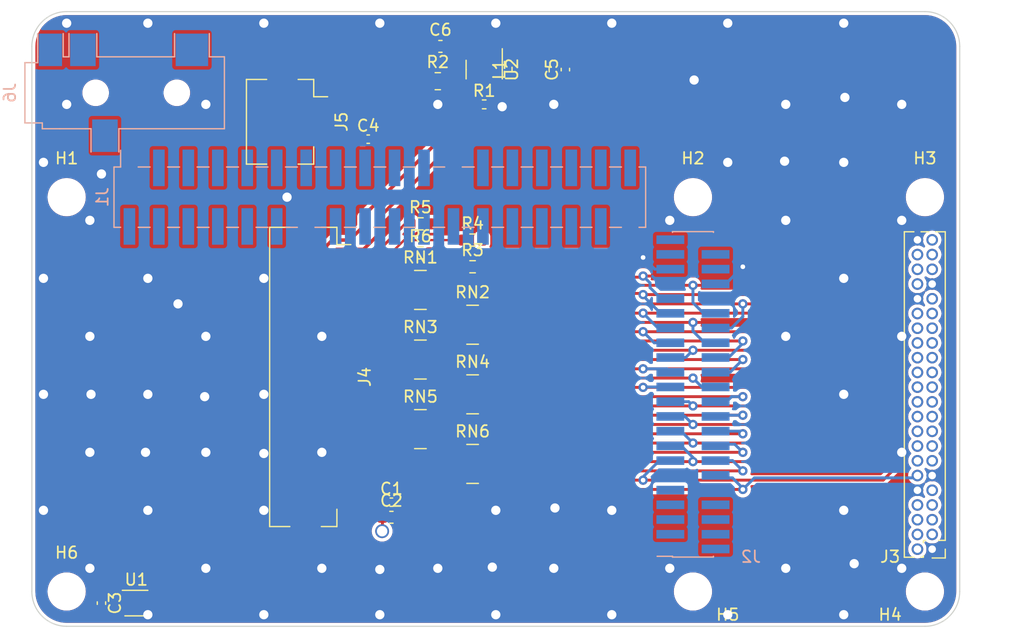
<source format=kicad_pcb>
(kicad_pcb (version 20211014) (generator pcbnew)
  (layers (0 "F.Cu" signal) (31 "B.Cu" signal) (34 "B.Paste" user) (35 "F.Paste" user) (36 "B.SilkS" user "B.Silkscreen") (37 "F.SilkS" user "F.Silkscreen") (38 "B.Mask" user) (39 "F.Mask" user) (44 "Edge.Cuts" user))
  (net 0 "")
  (net 1 "GND")
  (net 2 "+3V3")
  (net 3 "ACIN")
  (net 4 "VBAT")
  (net 5 "BAT_GND")
  (net 6 "BAT_NTC")
  (net 7 "~{RST}")
  (net 11 "UART0-TX")
  (net 12 "UART0-RX")
  (net 13 "GPIO1")
  (net 14 "UART1-TX")
  (net 15 "UART1-RX")
  (net 16 "I2C-SCL")
  (net 17 "I2C-SDA")
  (net 18 "GPIO3")
  (net 19 "GPIO2")
  (net 20 "UART2-TX")
  (net 21 "UART2-RX")
  (net 22 "GPIO4")
  (net 23 "SPI-CLK")
  (net 24 "SPI-CS")
  (net 25 "SPI-MOSI")
  (net 26 "SPI-MISO")
  (net 27 "CAN-TX")
  (net 28 "CAN-RX")
  (net 29 "GPIOA1")
  (net 30 "GPIOA2")
  (net 31 "GPIOA3")
  (net 32 "GPIOA4")
  (net 33 "GPIOA5")
  (net 34 "TOUCH-YD")
  (net 35 "TOUCH-XR")
  (net 36 "TOUCH-YU")
  (net 37 "TOUCH-XL")
  (net 38 "RSB-SCK")
  (net 39 "RSB-SDA")
  (net 40 "+3V3_LDO")
  (net 41 "LCD-D23")
  (net 42 "LCD-D22")
  (net 43 "LCD-D21")
  (net 44 "LCD-D20")
  (net 45 "LCD-D19")
  (net 46 "LCD-D18")
  (net 47 "LCD-D15")
  (net 48 "LCD-D14")
  (net 49 "LCD-D13")
  (net 50 "LCD-D12")
  (net 51 "LCD-D11")
  (net 52 "LCD-D10")
  (net 53 "LCD-D7")
  (net 54 "LCD-D6")
  (net 55 "LCD-D5")
  (net 56 "LCD-D4")
  (net 57 "LCD-D3")
  (net 58 "LCD-D2")
  (net 59 "LCD-DE")
  (net 60 "LCD-CLK")
  (net 61 "LCD-HSYNC")
  (net 62 "LCD-VSYNC")
  (net 63 "LCD_BL")
  (net 71 "LCD-D0")
  (net 72 "LCD-D1")
  (net 73 "LCD-D8")
  (net 74 "LCD-D9")
  (net 75 "LCD-D16")
  (net 76 "LCD-D17")
  (net 77 "DEV_RESET")
  (net 78 "/lcd-d23")
  (net 79 "/lcd-d22")
  (net 80 "/lcd-d21")
  (net 81 "/lcd-d20")
  (net 82 "/lcd-d19")
  (net 83 "/lcd-d18")
  (net 84 "/lcd-d17")
  (net 85 "/lcd-d16")
  (net 86 "/lcd-d15")
  (net 87 "/lcd-d14")
  (net 88 "/lcd-d13")
  (net 89 "/lcd-d12")
  (net 90 "/lcd-d11")
  (net 91 "/lcd-d10")
  (net 92 "/lcd-d09")
  (net 93 "/lcd-d08")
  (net 94 "/lcd-d07")
  (net 95 "/lcd-d06")
  (net 96 "/lcd-d05")
  (net 97 "/lcd-d04")
  (net 98 "/lcd-d03")
  (net 99 "/lcd-d02")
  (net 100 "/lcd-d01")
  (net 101 "/lcd-d00")
  (net 102 "/vsync")
  (net 103 "/hsync")
  (net 104 "/clk")
  (net 105 "/de")
  (net 106 "/rst")
  (net 107 "/cs")
  (net 108 "/scl")
  (net 109 "/sdi")
  (net 110 "/sdo")
  (net 117 "LED_A")
  (net 118 "Net-(L1-Pad2)")
  (net 119 "LED_K")
  (footprint "Resistor_SMD:R_0603_1608Metric" (layer "F.Cu") (at 138 66.7)
    (fp_text reference "R4")
    (fp_text value "100")
  )
  (footprint "MountingHole:MountingHole_2.7mm_M2.5_DIN965" (layer "F.Cu") (at 177 97)
    (fp_text reference "H4")
    (fp_text value "MountingHole")
  )
  (footprint "OptoDevice:Lite-On_LTR-303ALS-01" (layer "F.Cu") (at 109 98)
    (fp_text reference "U1")
    (fp_text value "LTR-303ALS-01")
  )
  (footprint "MountingHole:MountingHole_2.7mm_M2.5_DIN965" (layer "F.Cu") (at 103 97)
    (fp_text reference "H6")
    (fp_text value "MountingHole")
  )
  (footprint "MountingHole:MountingHole_2.7mm_M2.5_DIN965" (layer "F.Cu") (at 157 97)
    (fp_text reference "H5")
    (fp_text value "MountingHole")
  )
  (footprint "Capacitor_SMD:C_0402_1005Metric" (layer "F.Cu") (at 131 89.3)
    (fp_text reference "C1")
    (fp_text value "100nF")
  )
  (footprint "Capacitor_SMD:C_0402_1005Metric" (layer "F.Cu") (at 106 98 -90)
    (fp_text reference "C3")
    (fp_text value "100nF")
  )
  (footprint "Package_TO_SOT_SMD:SOT-23-6" (layer "F.Cu") (at 139 52 -90)
    (fp_text reference "U2")
    (fp_text value "AP3019")
  )
  (footprint "Resistor_SMD:R_0805_2012Metric" (layer "F.Cu") (at 135 53)
    (fp_text reference "R2")
    (fp_text value "10")
  )
  (footprint "Resistor_SMD:R_0402_1005Metric" (layer "F.Cu") (at 139 55)
    (fp_text reference "R1")
    (fp_text value "100k")
  )
  (footprint "Inductor_SMD:L_Wuerth_MAPI-3010" (layer "F.Cu") (at 143 52 90)
    (fp_text reference "L1")
    (fp_text value "22uH")
  )
  (footprint "Capacitor_SMD:C_0402_1005Metric" (layer "F.Cu") (at 146 52 90)
    (fp_text reference "C5")
    (fp_text value "1uF")
  )
  (footprint "MountingHole:MountingHole_2.7mm_M2.5_DIN965" (layer "F.Cu") (at 177 63)
    (fp_text reference "H3")
    (fp_text value "MountingHole")
  )
  (footprint "Capacitor_SMD:C_0402_1005Metric" (layer "F.Cu") (at 129 58)
    (fp_text reference "C4")
    (fp_text value "100nF")
  )
  (footprint "Resistor_SMD:R_0603_1608Metric" (layer "F.Cu") (at 138 69)
    (fp_text reference "R3")
    (fp_text value "100")
  )
  (footprint "Connector_FFC-FPC:Hirose_FH12-8S-0.5SH_1x08-1MP_P0.50mm_Horizontal" (layer "F.Cu") (at 123 56.5 -90)
    (fp_text reference "J5")
    (fp_text value "Conn_01x08_MountingPin")
  )
  (footprint "Connector_PinHeader_1.27mm:PinHeader_2x22_P1.27mm_Vertical" (layer "F.Cu") (at 177.625 93.35 180)
    (fp_text reference "J3")
    (fp_text value "Conn_02x22_Odd_Even")
  )
  (footprint "Resistor_SMD:R_Array_Convex_4x0603" (layer "F.Cu") (at 138 74)
    (fp_text reference "RN2")
    (fp_text value "100")
  )
  (footprint "Connector_FFC-FPC:Hirose_FH12-45S-0.5SH_1x45-1MP_P0.50mm_Horizontal" (layer "F.Cu") (at 125 78.5 -90)
    (fp_text reference "J4")
    (fp_text value "Conn_2Rows-45Pins_MountingPin")
  )
  (footprint "Resistor_SMD:R_Array_Convex_4x0603" (layer "F.Cu") (at 133.5 71)
    (fp_text reference "RN1")
    (fp_text value "100")
  )
  (footprint "MountingHole:MountingHole_2.7mm_M2.5_DIN965" (layer "F.Cu") (at 157 63)
    (fp_text reference "H2")
    (fp_text value "MountingHole")
  )
  (footprint "Resistor_SMD:R_Array_Convex_4x0603" (layer "F.Cu") (at 138 86)
    (fp_text reference "RN6")
    (fp_text value "100")
  )
  (footprint "Resistor_SMD:R_Array_Convex_4x0603" (layer "F.Cu") (at 138 80)
    (fp_text reference "RN4")
    (fp_text value "100")
  )
  (footprint "Resistor_SMD:R_Array_Convex_4x0603" (layer "F.Cu") (at 133.5 83)
    (fp_text reference "RN5")
    (fp_text value "100")
  )
  (footprint "Resistor_SMD:R_0603_1608Metric" (layer "F.Cu") (at 133.5 65.3)
    (fp_text reference "R5")
    (fp_text value "100")
  )
  (footprint "Resistor_SMD:R_Array_Convex_4x0603" (layer "F.Cu") (at 133.5 77)
    (fp_text reference "RN3")
    (fp_text value "100")
  )
  (footprint "MountingHole:MountingHole_2.7mm_M2.5_DIN965" (layer "F.Cu") (at 103 63)
    (fp_text reference "H1")
    (fp_text value "MountingHole")
  )
  (footprint "Capacitor_SMD:C_0603_1608Metric" (layer "F.Cu") (at 131 90.6)
    (fp_text reference "C2")
    (fp_text value "10uF")
  )
  (footprint "Capacitor_SMD:C_0603_1608Metric" (layer "F.Cu") (at 135.225 50)
    (fp_text reference "C6")
    (fp_text value "220nF")
  )
  (footprint "Resistor_SMD:R_0603_1608Metric" (layer "F.Cu") (at 133.5 67.8)
    (fp_text reference "R6")
    (fp_text value "100")
  )
  (footprint "Connector_PinHeader_1.27mm:PinHeader_2x22_P1.27mm_Vertical_SMD" (layer "B.Cu") (at 157 80)
    (fp_text reference "J2")
    (fp_text value "Conn_02x22_Odd_Even")
  )
  (footprint "cui:Jack_3.5mm_CUI_SJ-43514-SMT_Horizontal" (layer "B.Cu") (at 108 54 -90)
    (fp_text reference "J6")
    (fp_text value "AudioJack4")
  )
  (footprint "Connector_PinHeader_2.54mm:PinHeader_2x18_P2.54mm_Vertical_SMD" (layer "B.Cu") (at 130 63 -90)
    (fp_text reference "J1")
    (fp_text value "Conn_02x18_Odd_Even")
  )
  (gr_line (start 100 50) (end 100 97) (layer "Edge.Cuts") (width 0.1))
  (gr_line (start 180 97) (end 180 50) (layer "Edge.Cuts") (width 0.1))
  (gr_line (start 177 47) (end 103 47) (layer "Edge.Cuts") (width 0.1))
  (gr_line (start 103 100) (end 177 100) (layer "Edge.Cuts") (width 0.1))
  (gr_arc (start 100 50) (mid 100.87868 47.87868) (end 103 47) (layer "Edge.Cuts") (width 0.1))
  (gr_arc (start 180 97) (mid 179.12132 99.12132) (end 177 100) (layer "Edge.Cuts") (width 0.1))
  (gr_arc (start 103 100) (mid 100.87868 99.12132) (end 100 97) (layer "Edge.Cuts") (width 0.1))
  (gr_arc (start 177 47) (mid 179.12132 47.87868) (end 180 50) (layer "Edge.Cuts") (width 0.1))
  (via (at 170.9 94.6) (size 1.2) (drill 0.8) (layers "F.Cu" "B.Cu") (net 1))
  (via (at 150 99) (size 1.2) (drill 0.8) (layers "F.Cu" "B.Cu") (net 1))
  (via (at 105 65.000001) (size 1.2) (drill 0.8) (layers "F.Cu" "B.Cu") (net 1))
  (via (at 170 48) (size 1.2) (drill 0.8) (layers "F.Cu" "B.Cu") (net 1))
  (via (at 135 95) (size 1.2) (drill 0.8) (layers "F.Cu" "B.Cu") (net 1))
  (via (at 135 55) (size 1.2) (drill 0.8) (layers "F.Cu" "B.Cu") (net 1))
  (via (at 120 85.1) (size 1.2) (drill 0.8) (layers "F.Cu" "B.Cu") (net 1))
  (via (at 130 48) (size 1.2) (drill 0.8) (layers "F.Cu" "B.Cu") (net 1))
  (via (at 140 48) (size 1.2) (drill 0.8) (layers "F.Cu" "B.Cu") (net 1))
  (via (at 106 61) (size 1.2) (drill 0.8) (layers "F.Cu" "B.Cu") (net 1))
  (via (at 105.1 80) (size 1.2) (drill 0.8) (layers "F.Cu" "B.Cu") (net 1))
  (via (at 175 85) (size 1.2) (drill 0.8) (layers "F.Cu" "B.Cu") (net 1))
  (via (at 115 55) (size 1.2) (drill 0.8) (layers "F.Cu" "B.Cu") (net 1))
  (via (at 165 65) (size 1.2) (drill 0.8) (layers "F.Cu" "B.Cu") (net 1))
  (via (at 101 80) (size 1.2) (drill 0.8) (layers "F.Cu" "B.Cu") (net 1))
  (via (at 140.55 55.2) (size 1.2) (drill 0.8) (layers "F.Cu" "B.Cu") (net 1))
  (via (at 103 48) (size 1.2) (drill 0.8) (layers "F.Cu" "B.Cu") (net 1))
  (via (at 170 99) (size 1.2) (drill 0.8) (layers "F.Cu" "B.Cu") (net 1))
  (via (at 175 55) (size 1.2) (drill 0.8) (layers "F.Cu" "B.Cu") (net 1))
  (via (at 110 80) (size 1.2) (drill 0.8) (layers "F.Cu" "B.Cu") (net 1))
  (via (at 145.1 89.8) (size 1.2) (drill 0.8) (layers "F.Cu" "B.Cu") (net 1))
  (via (at 150 48) (size 1.2) (drill 0.8) (layers "F.Cu" "B.Cu") (net 1))
  (via (at 120 80) (size 1.2) (drill 0.8) (layers "F.Cu" "B.Cu") (net 1))
  (via (at 175 75) (size 1.2) (drill 0.8) (layers "F.Cu" "B.Cu") (net 1))
  (via (at 170 60) (size 1.2) (drill 0.8) (layers "F.Cu" "B.Cu") (net 1))
  (via (at 112.6 72.2) (size 1.2) (drill 0.8) (layers "F.Cu" "B.Cu") (net 1))
  (via (at 110 48) (size 1.2) (drill 0.8) (layers "F.Cu" "B.Cu") (net 1))
  (via (at 165 55) (size 1.2) (drill 0.8) (layers "F.Cu" "B.Cu") (net 1))
  (via (at 120 48) (size 1.2) (drill 0.8) (layers "F.Cu" "B.Cu") (net 1))
  (via (at 105 95) (size 1.2) (drill 0.8) (layers "F.Cu" "B.Cu") (net 1))
  (via (at 125 85) (size 1.2) (drill 0.8) (layers "F.Cu" "B.Cu") (net 1))
  (via (at 101 90) (size 1.2) (drill 0.8) (layers "F.Cu" "B.Cu") (net 1))
  (via (at 170 70) (size 1.2) (drill 0.8) (layers "F.Cu" "B.Cu") (net 1))
  (via (at 160 99) (size 1.2) (drill 0.8) (layers "F.Cu" "B.Cu") (net 1))
  (via (at 101 69.999999) (size 1.2) (drill 0.8) (layers "F.Cu" "B.Cu") (net 1))
  (via (at 145 55) (size 1.2) (drill 0.8) (layers "F.Cu" "B.Cu") (net 1))
  (via (at 155 65) (size 1.2) (drill 0.8) (layers "F.Cu" "B.Cu") (net 1))
  (via (at 170 90) (size 1.2) (drill 0.8) (layers "F.Cu" "B.Cu") (net 1))
  (via (at 139.7 94.9) (size 1.2) (drill 0.8) (layers "F.Cu" "B.Cu") (net 1))
  (via (at 105 85) (size 1.2) (drill 0.8) (layers "F.Cu" "B.Cu") (net 1))
  (via (at 160 60) (size 1.2) (drill 0.8) (layers "F.Cu" "B.Cu") (net 1))
  (via (at 109.8 85) (size 1.2) (drill 0.8) (layers "F.Cu" "B.Cu") (net 1))
  (via (at 110 70) (size 1.2) (drill 0.8) (layers "F.Cu" "B.Cu") (net 1))
  (via (at 125 95) (size 1.2) (drill 0.8) (layers "F.Cu" "B.Cu") (net 1))
  (via (at 114.9 80.2) (size 1.2) (drill 0.8) (layers "F.Cu" "B.Cu") (net 1))
  (via (at 170.1 54.4) (size 1.2) (drill 0.8) (layers "F.Cu" "B.Cu") (net 1))
  (via (at 120 90) (size 1.2) (drill 0.8) (layers "F.Cu" "B.Cu") (net 1))
  (via (at 115 75) (size 1.2) (drill 0.8) (layers "F.Cu" "B.Cu") (net 1))
  (via (at 115 95) (size 1.2) (drill 0.8) (layers "F.Cu" "B.Cu") (net 1))
  (via (at 130 99) (size 1.2) (drill 0.8) (layers "F.Cu" "B.Cu") (net 1))
  (via (at 175 95) (size 1.2) (drill 0.8) (layers "F.Cu" "B.Cu") (net 1))
  (via (at 140 90) (size 1.2) (drill 0.8) (layers "F.Cu" "B.Cu") (net 1))
  (via (at 130 95.1) (size 1.2) (drill 0.8) (layers "F.Cu" "B.Cu") (net 1))
  (via (at 145 95) (size 1.2) (drill 0.8) (layers "F.Cu" "B.Cu") (net 1))
  (via (at 125 75) (size 1.2) (drill 0.8) (layers "F.Cu" "B.Cu") (net 1))
  (via (at 110 99) (size 1.2) (drill 0.8) (layers "F.Cu" "B.Cu") (net 1))
  (via (at 120 70) (size 1.2) (drill 0.8) (layers "F.Cu" "B.Cu") (net 1))
  (via (at 170 80) (size 1.2) (drill 0.8) (layers "F.Cu" "B.Cu") (net 1))
  (via (at 155 95) (size 1.2) (drill 0.8) (layers "F.Cu" "B.Cu") (net 1))
  (via (at 115 85) (size 1.2) (drill 0.8) (layers "F.Cu" "B.Cu") (net 1))
  (via (at 120 99) (size 1.2) (drill 0.8) (layers "F.Cu" "B.Cu") (net 1))
  (via (at 140 99) (size 1.2) (drill 0.8) (layers "F.Cu" "B.Cu") (net 1))
  (via (at 157.1 52.9) (size 1.2) (drill 0.8) (layers "F.Cu" "B.Cu") (net 1))
  (via (at 105 74.999999) (size 1.2) (drill 0.8) (layers "F.Cu" "B.Cu") (net 1))
  (via (at 165 95) (size 1.2) (drill 0.8) (layers "F.Cu" "B.Cu") (net 1))
  (via (at 110 90) (size 1.2) (drill 0.8) (layers "F.Cu" "B.Cu") (net 1))
  (via (at 160 48) (size 1.2) (drill 0.8) (layers "F.Cu" "B.Cu") (net 1))
  (via (at 101 60.000001) (size 1.2) (drill 0.8) (layers "F.Cu" "B.Cu") (net 1))
  (via (at 150 90) (size 1.2) (drill 0.8) (layers "F.Cu" "B.Cu") (net 1))
  (via (at 122 63) (size 1.2) (drill 0.8) (layers "F.Cu" "B.Cu") (net 1))
  (via (at 103 55) (size 1.2) (drill 0.8) (layers "F.Cu" "B.Cu") (net 1))
  (via (at 175 65) (size 1.2) (drill 0.8) (layers "F.Cu" "B.Cu") (net 1))
  (via (at 165 75) (size 1.2) (drill 0.8) (layers "F.Cu" "B.Cu") (net 1))
  (via (at 164.9 59.9) (size 1.2) (drill 0.8) (layers "F.Cu" "B.Cu") (net 1))
  (segment (start 130.225 90.6) (end 130.225 91.775) (width 0.25) (layer "F.Cu") (net 40))
  (segment (start 130.225 91.775) (end 130.2 91.8) (width 0.25) (layer "F.Cu") (net 40))
  (via (at 130.2 91.8) (size 1.2) (drill 0.9) (layers "F.Cu" "B.Cu") (net 40))
  (segment (start 140.1 88.2) (end 139.1 87.2) (width 0.25) (layer "F.Cu") (net 41))
  (segment (start 139.1 87.2) (end 138.9 87.2) (width 0.25) (layer "F.Cu") (net 41))
  (segment (start 161.3 88.2) (end 140.1 88.2) (width 0.25) (layer "F.Cu") (net 41))
  (via (at 161.3 88.2) (size 0.8) (drill 0.4) (layers "F.Cu" "B.Cu") (net 41))
  (segment (start 159.165 87.2) (end 158.95 86.985) (width 0.25) (layer "B.Cu") (net 41))
  (segment (start 162.3 87.2) (end 176.155 87.2) (width 0.25) (layer "B.Cu") (net 41))
  (segment (start 161.3 88.2) (end 161.3 88.1) (width 0.25) (layer "B.Cu") (net 41))
  (segment (start 160.4 87.2) (end 159.165 87.2) (width 0.25) (layer "B.Cu") (net 41))
  (segment (start 176.155 87.2) (end 176.355 87) (width 0.25) (layer "B.Cu") (net 41))
  (segment (start 161.3 88.1) (end 160.4 87.2) (width 0.25) (layer "B.Cu") (net 41))
  (segment (start 161.3 88.2) (end 162.3 87.2) (width 0.25) (layer "B.Cu") (net 41))
  (segment (start 139.5 86.4) (end 138.9 86.4) (width 0.25) (layer "F.Cu") (net 42))
  (segment (start 152.7 87.4) (end 140.5 87.4) (width 0.25) (layer "F.Cu") (net 42))
  (segment (start 140.5 87.4) (end 139.5 86.4) (width 0.25) (layer "F.Cu") (net 42))
  (segment (start 173.4 87.4) (end 174.4 86.4) (width 0.25) (layer "F.Cu") (net 42))
  (segment (start 152.7 87.4) (end 173.4 87.4) (width 0.25) (layer "F.Cu") (net 42))
  (via (at 152.7 87.4) (size 0.8) (drill 0.4) (layers "F.Cu" "B.Cu") (net 42))
  (segment (start 152.7 87.4) (end 152.7 87.115978) (width 0.25) (layer "B.Cu") (net 42))
  (segment (start 152.7 87.115978) (end 154.100978 85.715) (width 0.25) (layer "B.Cu") (net 42))
  (segment (start 154.100978 85.715) (end 155.05 85.715) (width 0.25) (layer "B.Cu") (net 42))
  (segment (start 140.7 86.6) (end 139.7 85.6) (width 0.25) (layer "F.Cu") (net 43))
  (segment (start 139.7 85.6) (end 138.9 85.6) (width 0.25) (layer "F.Cu") (net 43))
  (segment (start 161.3 86.6) (end 140.7 86.6) (width 0.25) (layer "F.Cu") (net 43))
  (via (at 161.3 86.6) (size 0.8) (drill 0.4) (layers "F.Cu" "B.Cu") (net 43))
  (segment (start 160.415 85.715) (end 158.95 85.715) (width 0.25) (layer "B.Cu") (net 43))
  (segment (start 161.3 86.6) (end 160.415 85.715) (width 0.25) (layer "B.Cu") (net 43))
  (segment (start 140.9 85.8) (end 139.9 84.8) (width 0.25) (layer "F.Cu") (net 44))
  (segment (start 172.5 85.8) (end 172.9 85.4) (width 0.25) (layer "F.Cu") (net 44))
  (segment (start 157 85.8) (end 140.9 85.8) (width 0.25) (layer "F.Cu") (net 44))
  (segment (start 139.9 84.8) (end 138.9 84.8) (width 0.25) (layer "F.Cu") (net 44))
  (segment (start 157 85.8) (end 172.5 85.8) (width 0.25) (layer "F.Cu") (net 44))
  (via (at 157 85.8) (size 0.8) (drill 0.4) (layers "F.Cu" "B.Cu") (net 44))
  (segment (start 157 85.8) (end 157 85.445978) (width 0.25) (layer "B.Cu") (net 44))
  (segment (start 155.999022 84.445) (end 155.05 84.445) (width 0.25) (layer "B.Cu") (net 44))
  (segment (start 157 85.445978) (end 155.999022 84.445) (width 0.25) (layer "B.Cu") (net 44))
  (segment (start 136.3 84) (end 136.1 84.2) (width 0.25) (layer "F.Cu") (net 45))
  (segment (start 140.3 84) (end 136.3 84) (width 0.25) (layer "F.Cu") (net 45))
  (segment (start 161.3 85) (end 141.3 85) (width 0.25) (layer "F.Cu") (net 45))
  (segment (start 136.1 84.2) (end 134.4 84.2) (width 0.25) (layer "F.Cu") (net 45))
  (segment (start 141.3 85) (end 140.3 84) (width 0.25) (layer "F.Cu") (net 45))
  (via (at 161.3 85) (size 0.8) (drill 0.4) (layers "F.Cu" "B.Cu") (net 45))
  (segment (start 160.6 84.3) (end 159.095 84.3) (width 0.25) (layer "B.Cu") (net 45))
  (segment (start 161.3 85) (end 160.6 84.3) (width 0.25) (layer "B.Cu") (net 45))
  (segment (start 159.095 84.3) (end 158.95 84.445) (width 0.25) (layer "B.Cu") (net 45))
  (segment (start 141.5 84.2) (end 140.7 83.4) (width 0.25) (layer "F.Cu") (net 46))
  (segment (start 157 84.2) (end 172.9 84.2) (width 0.25) (layer "F.Cu") (net 46))
  (segment (start 172.9 84.2) (end 173.3 83.8) (width 0.25) (layer "F.Cu") (net 46))
  (segment (start 157 84.2) (end 141.5 84.2) (width 0.25) (layer "F.Cu") (net 46))
  (segment (start 140.7 83.4) (end 134.4 83.4) (width 0.25) (layer "F.Cu") (net 46))
  (via (at 157 84.2) (size 0.8) (drill 0.4) (layers "F.Cu" "B.Cu") (net 46))
  (segment (start 157 84.2) (end 155.975 83.175) (width 0.25) (layer "B.Cu") (net 46))
  (segment (start 155.975 83.175) (end 155.05 83.175) (width 0.25) (layer "B.Cu") (net 46))
  (segment (start 142.4 81.8) (end 141.8 81.2) (width 0.25) (layer "F.Cu") (net 47))
  (segment (start 141.8 81.2) (end 138.9 81.2) (width 0.25) (layer "F.Cu") (net 47))
  (segment (start 161.3 81.8) (end 142.4 81.8) (width 0.25) (layer "F.Cu") (net 47))
  (via (at 161.3 81.8) (size 0.8) (drill 0.4) (layers "F.Cu" "B.Cu") (net 47))
  (segment (start 161.3 81.8) (end 160.1 81.8) (width 0.25) (layer "B.Cu") (net 47))
  (segment (start 160.1 81.8) (end 159.995 81.905) (width 0.25) (layer "B.Cu") (net 47))
  (segment (start 159.995 81.905) (end 158.95 81.905) (width 0.25) (layer "B.Cu") (net 47))
  (segment (start 142.2 80.4) (end 138.9 80.4) (width 0.25) (layer "F.Cu") (net 48))
  (segment (start 157 81) (end 168.3 81) (width 0.25) (layer "F.Cu") (net 48))
  (segment (start 142.8 81) (end 142.2 80.4) (width 0.25) (layer "F.Cu") (net 48))
  (segment (start 157 81) (end 142.8 81) (width 0.25) (layer "F.Cu") (net 48))
  (segment (start 168.3 81) (end 168.7 80.6) (width 0.25) (layer "F.Cu") (net 48))
  (via (at 157 81) (size 0.8) (drill 0.4) (layers "F.Cu" "B.Cu") (net 48))
  (segment (start 156.635 80.635) (end 155.05 80.635) (width 0.25) (layer "B.Cu") (net 48))
  (segment (start 157 81) (end 156.635 80.635) (width 0.25) (layer "B.Cu") (net 48))
  (segment (start 143.2 80.2) (end 142.6 79.6) (width 0.25) (layer "F.Cu") (net 49))
  (segment (start 161.3 80.2) (end 143.2 80.2) (width 0.25) (layer "F.Cu") (net 49))
  (segment (start 142.6 79.6) (end 138.9 79.6) (width 0.25) (layer "F.Cu") (net 49))
  (via (at 161.3 80.2) (size 0.8) (drill 0.4) (layers "F.Cu" "B.Cu") (net 49))
  (segment (start 159.899022 80.635) (end 158.95 80.635) (width 0.25) (layer "B.Cu") (net 49))
  (segment (start 160.334022 80.2) (end 159.899022 80.635) (width 0.25) (layer "B.Cu") (net 49))
  (segment (start 161.3 80.2) (end 160.334022 80.2) (width 0.25) (layer "B.Cu") (net 49))
  (segment (start 152.7 79.4) (end 162.3 79.4) (width 0.25) (layer "F.Cu") (net 50))
  (segment (start 143.5 79.4) (end 142.9 78.8) (width 0.25) (layer "F.Cu") (net 50))
  (segment (start 162.7 79) (end 168.7 79) (width 0.25) (layer "F.Cu") (net 50))
  (segment (start 152.7 79.4) (end 143.5 79.4) (width 0.25) (layer "F.Cu") (net 50))
  (segment (start 142.9 78.8) (end 138.9 78.8) (width 0.25) (layer "F.Cu") (net 50))
  (segment (start 162.3 79.4) (end 162.7 79) (width 0.25) (layer "F.Cu") (net 50))
  (via (at 152.7 79.4) (size 0.8) (drill 0.4) (layers "F.Cu" "B.Cu") (net 50))
  (segment (start 152.7 79.4) (end 152.735 79.365) (width 0.25) (layer "B.Cu") (net 50))
  (segment (start 152.735 79.365) (end 155.05 79.365) (width 0.25) (layer "B.Cu") (net 50))
  (segment (start 135.6 78.2) (end 134.4 78.2) (width 0.25) (layer "F.Cu") (net 51))
  (segment (start 157 78.6) (end 143.8 78.6) (width 0.25) (layer "F.Cu") (net 51))
  (segment (start 143.3 78.1) (end 135.7 78.1) (width 0.25) (layer "F.Cu") (net 51))
  (segment (start 143.8 78.6) (end 143.3 78.1) (width 0.25) (layer "F.Cu") (net 51))
  (segment (start 135.7 78.1) (end 135.6 78.2) (width 0.25) (layer "F.Cu") (net 51))
  (via (at 157 78.6) (size 0.8) (drill 0.4) (layers "F.Cu" "B.Cu") (net 51))
  (segment (start 157 78.6) (end 157.765 79.365) (width 0.25) (layer "B.Cu") (net 51))
  (segment (start 157.765 79.365) (end 158.95 79.365) (width 0.25) (layer "B.Cu") (net 51))
  (segment (start 152.7 77.8) (end 144.083929 77.8) (width 0.25) (layer "F.Cu") (net 52))
  (segment (start 144.083929 77.8) (end 143.683929 77.4) (width 0.25) (layer "F.Cu") (net 52))
  (segment (start 172.5 77.8) (end 172.9 77.4) (width 0.25) (layer "F.Cu") (net 52))
  (segment (start 143.683929 77.4) (end 134.4 77.4) (width 0.25) (layer "F.Cu") (net 52))
  (segment (start 152.7 77.8) (end 172.5 77.8) (width 0.25) (layer "F.Cu") (net 52))
  (via (at 152.7 77.8) (size 0.8) (drill 0.4) (layers "F.Cu" "B.Cu") (net 52))
  (segment (start 154.755 77.8) (end 155.05 78.095) (width 0.25) (layer "B.Cu") (net 52))
  (segment (start 152.7 77.8) (end 154.755 77.8) (width 0.25) (layer "B.Cu") (net 52))
  (segment (start 161.3 75.4) (end 145.2 75.4) (width 0.25) (layer "F.Cu") (net 53))
  (segment (start 145 75.2) (end 138.9 75.2) (width 0.25) (layer "F.Cu") (net 53))
  (segment (start 145.2 75.4) (end 145 75.2) (width 0.25) (layer "F.Cu") (net 53))
  (via (at 161.3 75.4) (size 0.8) (drill 0.4) (layers "F.Cu" "B.Cu") (net 53))
  (segment (start 160.075 76.825) (end 161.3 75.6) (width 0.25) (layer "B.Cu") (net 53))
  (segment (start 158.95 76.825) (end 160.075 76.825) (width 0.25) (layer "B.Cu") (net 53))
  (segment (start 161.3 75.6) (end 161.3 75.4) (width 0.25) (layer "B.Cu") (net 53))
  (segment (start 152.7 74.6) (end 163.7 74.6) (width 0.25) (layer "F.Cu") (net 54))
  (segment (start 145.7 74.4) (end 138.9 74.4) (width 0.25) (layer "F.Cu") (net 54))
  (segment (start 152.7 74.6) (end 145.9 74.6) (width 0.25) (layer "F.Cu") (net 54))
  (segment (start 145.9 74.6) (end 145.7 74.4) (width 0.25) (layer "F.Cu") (net 54))
  (via (at 152.7 74.6) (size 0.8) (drill 0.4) (layers "F.Cu" "B.Cu") (net 54))
  (segment (start 153.655 75.555) (end 155.05 75.555) (width 0.25) (layer "B.Cu") (net 54))
  (segment (start 152.7 74.6) (end 153.655 75.555) (width 0.25) (layer "B.Cu") (net 54))
  (segment (start 157 73.8) (end 166.1 73.8) (width 0.25) (layer "F.Cu") (net 55))
  (segment (start 157 73.8) (end 146.6 73.8) (width 0.25) (layer "F.Cu") (net 55))
  (segment (start 146.6 73.8) (end 146.4 73.6) (width 0.25) (layer "F.Cu") (net 55))
  (segment (start 146.4 73.6) (end 138.9 73.6) (width 0.25) (layer "F.Cu") (net 55))
  (via (at 157 73.8) (size 0.8) (drill 0.4) (layers "F.Cu" "B.Cu") (net 55))
  (segment (start 158.000978 75.555) (end 158.95 75.555) (width 0.25) (layer "B.Cu") (net 55))
  (segment (start 157 74.554022) (end 158.000978 75.555) (width 0.25) (layer "B.Cu") (net 55))
  (segment (start 157 73.8) (end 157 74.554022) (width 0.25) (layer "B.Cu") (net 55))
  (segment (start 152.7 73) (end 166.1 73) (width 0.25) (layer "F.Cu") (net 56))
  (segment (start 152.7 73) (end 149.8 73) (width 0.25) (layer "F.Cu") (net 56))
  (segment (start 149.8 73) (end 149.6 72.8) (width 0.25) (layer "F.Cu") (net 56))
  (segment (start 149.6 72.8) (end 138.9 72.8) (width 0.25) (layer "F.Cu") (net 56))
  (via (at 152.7 73) (size 0.8) (drill 0.4) (layers "F.Cu" "B.Cu") (net 56))
  (segment (start 152.7 73) (end 153.985 74.285) (width 0.25) (layer "B.Cu") (net 56))
  (segment (start 153.985 74.285) (end 155.05 74.285) (width 0.25) (layer "B.Cu") (net 56))
  (segment (start 136.1 72.2) (end 134.4 72.2) (width 0.25) (layer "F.Cu") (net 57))
  (segment (start 136.3 72) (end 136.1 72.2) (width 0.25) (layer "F.Cu") (net 57))
  (segment (start 150 72.2) (end 149.8 72) (width 0.25) (layer "F.Cu") (net 57))
  (segment (start 161.3 72.2) (end 166.1 72.2) (width 0.25) (layer "F.Cu") (net 57))
  (segment (start 161.3 72.2) (end 150 72.2) (width 0.25) (layer "F.Cu") (net 57))
  (segment (start 149.8 72) (end 136.3 72) (width 0.25) (layer "F.Cu") (net 57))
  (via (at 161.3 72.2) (size 0.8) (drill 0.4) (layers "F.Cu" "B.Cu") (net 57))
  (segment (start 160.315 74.285) (end 161.3 73.3) (width 0.25) (layer "B.Cu") (net 57))
  (segment (start 158.95 74.285) (end 160.315 74.285) (width 0.25) (layer "B.Cu") (net 57))
  (segment (start 161.3 73.3) (end 161.3 72.2) (width 0.25) (layer "B.Cu") (net 57))
  (segment (start 152.7 71.4) (end 166.1 71.4) (width 0.25) (layer "F.Cu") (net 58))
  (segment (start 135.9 71.3) (end 135.8 71.4) (width 0.25) (layer "F.Cu") (net 58))
  (segment (start 152.6 71.3) (end 135.9 71.3) (width 0.25) (layer "F.Cu") (net 58))
  (segment (start 135.8 71.4) (end 134.4 71.4) (width 0.25) (layer "F.Cu") (net 58))
  (segment (start 152.7 71.4) (end 152.6 71.3) (width 0.25) (layer "F.Cu") (net 58))
  (via (at 152.7 71.4) (size 0.8) (drill 0.4) (layers "F.Cu" "B.Cu") (net 58))
  (segment (start 155.05 73.015) (end 154.215 73.015) (width 0.25) (layer "B.Cu") (net 58))
  (segment (start 154.215 73.015) (end 152.7 71.5) (width 0.25) (layer "B.Cu") (net 58))
  (segment (start 152.7 71.5) (end 152.7 71.4) (width 0.25) (layer "B.Cu") (net 58))
  (segment (start 151.8 69) (end 161.3 69) (width 0.25) (layer "F.Cu") (net 59))
  (segment (start 138.825 69) (end 151.8 69) (width 0.25) (layer "F.Cu") (net 59))
  (via (at 161.3 69) (size 0.8) (drill 0.4) (layers "F.Cu" "B.Cu") (net 59))
  (segment (start 159.825 70.475) (end 158.95 70.475) (width 0.25) (layer "B.Cu") (net 59))
  (segment (start 161.3 69) (end 159.825 70.475) (width 0.25) (layer "B.Cu") (net 59))
  (segment (start 151.7 67.8) (end 152.3 67.8) (width 0.25) (layer "F.Cu") (net 60))
  (segment (start 134.325 67.8) (end 151.7 67.8) (width 0.25) (layer "F.Cu") (net 60))
  (segment (start 152.3 67.8) (end 152.7 68.2) (width 0.25) (layer "F.Cu") (net 60))
  (via (at 152.7 68.2) (size 0.8) (drill 0.4) (layers "F.Cu" "B.Cu") (net 60))
  (segment (start 152.7 68.2) (end 153.705 69.205) (width 0.25) (layer "B.Cu") (net 60))
  (segment (start 153.705 69.205) (end 155.05 69.205) (width 0.25) (layer "B.Cu") (net 60))
  (segment (start 151.8 69.9) (end 152.6 69.9) (width 0.25) (layer "F.Cu") (net 71))
  (segment (start 136.1 69.9) (end 151.8 69.9) (width 0.25) (layer "F.Cu") (net 71))
  (segment (start 134.4 69.8) (end 136 69.8) (width 0.25) (layer "F.Cu") (net 71))
  (segment (start 136 69.8) (end 136.1 69.9) (width 0.25) (layer "F.Cu") (net 71))
  (segment (start 152.6 69.9) (end 152.7 69.8) (width 0.25) (layer "F.Cu") (net 71))
  (segment (start 152.7 69.8) (end 166.1 69.8) (width 0.25) (layer "F.Cu") (net 71))
  (via (at 152.7 69.8) (size 0.8) (drill 0.4) (layers "F.Cu" "B.Cu") (net 71))
  (segment (start 154.245 71.745) (end 155.05 71.745) (width 0.25) (layer "B.Cu") (net 71))
  (segment (start 152.7 69.8) (end 153.3 70.4) (width 0.25) (layer "B.Cu") (net 71))
  (segment (start 153.3 70.4) (end 153.3 70.8) (width 0.25) (layer "B.Cu") (net 71))
  (segment (start 153.3 70.8) (end 154.245 71.745) (width 0.25) (layer "B.Cu") (net 71))
  (segment (start 134.4 70.6) (end 148.3 70.6) (width 0.25) (layer "F.Cu") (net 72))
  (segment (start 148.3 70.6) (end 157 70.6) (width 0.25) (layer "F.Cu") (net 72))
  (segment (start 157 70.6) (end 166.1 70.6) (width 0.25) (layer "F.Cu") (net 72))
  (via (at 157 70.6) (size 0.8) (drill 0.4) (layers "F.Cu" "B.Cu") (net 72))
  (segment (start 158.95 73.015) (end 157.915 73.015) (width 0.25) (layer "B.Cu") (net 72))
  (segment (start 157 72.1) (end 157 70.7) (width 0.25) (layer "B.Cu") (net 72))
  (segment (start 157.915 73.015) (end 157 72.1) (width 0.25) (layer "B.Cu") (net 72))
  (segment (start 157 76.2) (end 144.5 76.2) (width 0.25) (layer "F.Cu") (net 73))
  (segment (start 163.6 76.2) (end 164 75.8) (width 0.25) (layer "F.Cu") (net 73))
  (segment (start 144.5 76.2) (end 144.4 76.1) (width 0.25) (layer "F.Cu") (net 73))
  (segment (start 144.4 76.1) (end 136.3 76.1) (width 0.25) (layer "F.Cu") (net 73))
  (segment (start 136 75.8) (end 134.4 75.8) (width 0.25) (layer "F.Cu") (net 73))
  (segment (start 136.3 76.1) (end 136 75.8) (width 0.25) (layer "F.Cu") (net 73))
  (segment (start 157 76.2) (end 163.6 76.2) (width 0.25) (layer "F.Cu") (net 73))
  (via (at 157 76.2) (size 0.8) (drill 0.4) (layers "F.Cu" "B.Cu") (net 73))
  (segment (start 157 76.2) (end 156.375 76.825) (width 0.25) (layer "B.Cu") (net 73))
  (segment (start 156.375 76.825) (end 155.05 76.825) (width 0.25) (layer "B.Cu") (net 73))
  (segment (start 161.3 77) (end 144.3 77) (width 0.25) (layer "F.Cu") (net 74))
  (segment (start 143.9 76.6) (end 134.4 76.6) (width 0.25) (layer "F.Cu") (net 74))
  (segment (start 144.3 77) (end 143.9 76.6) (width 0.25) (layer "F.Cu") (net 74))
  (via (at 161.3 77) (size 0.8) (drill 0.4) (layers "F.Cu" "B.Cu") (net 74))
  (segment (start 158.95 78.095) (end 160.205 78.095) (width 0.25) (layer "B.Cu") (net 74))
  (segment (start 160.205 78.095) (end 161.3 77) (width 0.25) (layer "B.Cu") (net 74))
  (segment (start 173.3 82.6) (end 173.7 82.2) (width 0.25) (layer "F.Cu") (net 75))
  (segment (start 136.3 81.8) (end 134.4 81.8) (width 0.25) (layer "F.Cu") (net 75))
  (segment (start 141.5 82.1) (end 136.6 82.1) (width 0.25) (layer "F.Cu") (net 75))
  (segment (start 157 82.6) (end 142 82.6) (width 0.25) (layer "F.Cu") (net 75))
  (segment (start 136.6 82.1) (end 136.3 81.8) (width 0.25) (layer "F.Cu") (net 75))
  (segment (start 157 82.6) (end 173.3 82.6) (width 0.25) (layer "F.Cu") (net 75))
  (segment (start 142 82.6) (end 141.5 82.1) (width 0.25) (layer "F.Cu") (net 75))
  (via (at 157 82.6) (size 0.8) (drill 0.4) (layers "F.Cu" "B.Cu") (net 75))
  (segment (start 156.305 81.905) (end 155.05 81.905) (width 0.25) (layer "B.Cu") (net 75))
  (segment (start 157 82.6) (end 156.305 81.905) (width 0.25) (layer "B.Cu") (net 75))
  (segment (start 136.2 82.6) (end 134.4 82.6) (width 0.25) (layer "F.Cu") (net 76))
  (segment (start 136.4 82.8) (end 136.2 82.6) (width 0.25) (layer "F.Cu") (net 76))
  (segment (start 141.7 83.4) (end 141.1 82.8) (width 0.25) (layer "F.Cu") (net 76))
  (segment (start 141.1 82.8) (end 136.4 82.8) (width 0.25) (layer "F.Cu") (net 76))
  (segment (start 161.3 83.4) (end 141.7 83.4) (width 0.25) (layer "F.Cu") (net 76))
  (via (at 161.3 83.4) (size 0.8) (drill 0.4) (layers "F.Cu" "B.Cu") (net 76))
  (segment (start 161.075 83.175) (end 158.95 83.175) (width 0.25) (layer "B.Cu") (net 76))
  (segment (start 161.3 83.4) (end 161.075 83.175) (width 0.25) (layer "B.Cu") (net 76))
  (segment (start 131.8 87.2) (end 137.1 87.2) (width 0.2) (layer "F.Cu") (net 78))
  (segment (start 126.85 83) (end 127.6 83) (width 0.2) (layer "F.Cu") (net 78))
  (segment (start 127.6 83) (end 131.8 87.2) (width 0.2) (layer "F.Cu") (net 78))
  (segment (start 131.7 86.4) (end 137.1 86.4) (width 0.2) (layer "F.Cu") (net 79))
  (segment (start 126.85 82.5) (end 127.8 82.5) (width 0.2) (layer "F.Cu") (net 79))
  (segment (start 127.8 82.5) (end 131.7 86.4) (width 0.2) (layer "F.Cu") (net 79))
  (segment (start 131.6 85.6) (end 137.1 85.6) (width 0.2) (layer "F.Cu") (net 80))
  (segment (start 126.85 82) (end 128 82) (width 0.2) (layer "F.Cu") (net 80))
  (segment (start 128 82) (end 131.6 85.6) (width 0.2) (layer "F.Cu") (net 80))
  (segment (start 136.1 84.8) (end 137.1 84.8) (width 0.2) (layer "F.Cu") (net 81))
  (segment (start 126.85 81.5) (end 128.2 81.5) (width 0.2) (layer "F.Cu") (net 81))
  (segment (start 135.8 85.1) (end 136.1 84.8) (width 0.2) (layer "F.Cu") (net 81))
  (segment (start 131.8 85.1) (end 135.8 85.1) (width 0.2) (layer "F.Cu") (net 81))
  (segment (start 128.2 81.5) (end 131.8 85.1) (width 0.2) (layer "F.Cu") (net 81))
  (segment (start 131.6 84.2) (end 132.6 84.2) (width 0.2) (layer "F.Cu") (net 82))
  (segment (start 126.85 81) (end 128.4 81) (width 0.2) (layer "F.Cu") (net 82))
  (segment (start 128.4 81) (end 131.6 84.2) (width 0.2) (layer "F.Cu") (net 82))
  (segment (start 128.6 80.5) (end 131.5 83.4) (width 0.2) (layer "F.Cu") (net 83))
  (segment (start 131.5 83.4) (end 132.6 83.4) (width 0.2) (layer "F.Cu") (net 83))
  (segment (start 126.85 80.5) (end 128.6 80.5) (width 0.2) (layer "F.Cu") (net 83))
  (segment (start 131.4 82.6) (end 132.6 82.6) (width 0.2) (layer "F.Cu") (net 84))
  (segment (start 128.8 80) (end 131.4 82.6) (width 0.2) (layer "F.Cu") (net 84))
  (segment (start 126.85 80) (end 128.8 80) (width 0.2) (layer "F.Cu") (net 84))
  (segment (start 129 79.5) (end 131.3 81.8) (width 0.2) (layer "F.Cu") (net 85))
  (segment (start 126.85 79.5) (end 129 79.5) (width 0.2) (layer "F.Cu") (net 85))
  (segment (start 131.3 81.8) (end 132.6 81.8) (width 0.2) (layer "F.Cu") (net 85))
  (segment (start 135.4 80.9) (end 135.7 81.2) (width 0.2) (layer "F.Cu") (net 86))
  (segment (start 135.7 81.2) (end 137.1 81.2) (width 0.2) (layer "F.Cu") (net 86))
  (segment (start 126.85 79) (end 129.2 79) (width 0.2) (layer "F.Cu") (net 86))
  (segment (start 129.2 79) (end 131.1 80.9) (width 0.2) (layer "F.Cu") (net 86))
  (segment (start 131.1 80.9) (end 135.4 80.9) (width 0.2) (layer "F.Cu") (net 86))
  (segment (start 126.85 78.5) (end 129.4 78.5) (width 0.2) (layer "F.Cu") (net 87))
  (segment (start 129.4 78.5) (end 131.3 80.4) (width 0.2) (layer "F.Cu") (net 87))
  (segment (start 131.3 80.4) (end 137.1 80.4) (width 0.2) (layer "F.Cu") (net 87))
  (segment (start 131.5 79.9) (end 136 79.9) (width 0.2) (layer "F.Cu") (net 88))
  (segment (start 126.85 78) (end 129.6 78) (width 0.2) (layer "F.Cu") (net 88))
  (segment (start 136 79.9) (end 136.3 79.6) (width 0.2) (layer "F.Cu") (net 88))
  (segment (start 136.3 79.6) (end 137.1 79.6) (width 0.2) (layer "F.Cu") (net 88))
  (segment (start 129.6 78) (end 131.5 79.9) (width 0.2) (layer "F.Cu") (net 88))
  (segment (start 131.6 79.3) (end 135.6 79.3) (width 0.2) (layer "F.Cu") (net 89))
  (segment (start 129.8 77.5) (end 131.6 79.3) (width 0.2) (layer "F.Cu") (net 89))
  (segment (start 136.1 78.8) (end 137.1 78.8) (width 0.2) (layer "F.Cu") (net 89))
  (segment (start 126.85 77.5) (end 129.8 77.5) (width 0.2) (layer "F.Cu") (net 89))
  (segment (start 135.6 79.3) (end 136.1 78.8) (width 0.2) (layer "F.Cu") (net 89))
  (segment (start 131.5 78.2) (end 132.6 78.2) (width 0.2) (layer "F.Cu") (net 90))
  (segment (start 130.3 77) (end 131.5 78.2) (width 0.2) (layer "F.Cu") (net 90))
  (segment (start 126.85 77) (end 130.3 77) (width 0.2) (layer "F.Cu") (net 90))
  (segment (start 131.4 77.4) (end 132.6 77.4) (width 0.2) (layer "F.Cu") (net 91))
  (segment (start 126.85 76.5) (end 130.5 76.5) (width 0.2) (layer "F.Cu") (net 91))
  (segment (start 130.5 76.5) (end 131.4 77.4) (width 0.2) (layer "F.Cu") (net 91))
  (segment (start 130.8 76) (end 131.4 76.6) (width 0.2) (layer "F.Cu") (net 92))
  (segment (start 126.85 76) (end 130.8 76) (width 0.2) (layer "F.Cu") (net 92))
  (segment (start 131.4 76.6) (end 132.6 76.6) (width 0.2) (layer "F.Cu") (net 92))
  (segment (start 131.3 75.8) (end 132.6 75.8) (width 0.2) (layer "F.Cu") (net 93))
  (segment (start 126.85 75.5) (end 131 75.5) (width 0.2) (layer "F.Cu") (net 93))
  (segment (start 131 75.5) (end 131.3 75.8) (width 0.2) (layer "F.Cu") (net 93))
  (segment (start 126.85 75) (end 135.1 75) (width 0.2) (layer "F.Cu") (net 94))
  (segment (start 135.3 75.2) (end 137.1 75.2) (width 0.2) (layer "F.Cu") (net 94))
  (segment (start 135.1 75) (end 135.3 75.2) (width 0.2) (layer "F.Cu") (net 94))
  (segment (start 135.6 74.4) (end 137.1 74.4) (width 0.2) (layer "F.Cu") (net 95))
  (segment (start 135.5 74.5) (end 135.6 74.4) (width 0.2) (layer "F.Cu") (net 95))
  (segment (start 126.85 74.5) (end 135.5 74.5) (width 0.2) (layer "F.Cu") (net 95))
  (segment (start 135.3 74) (end 135.7 73.6) (width 0.2) (layer "F.Cu") (net 96))
  (segment (start 126.85 74) (end 135.3 74) (width 0.2) (layer "F.Cu") (net 96))
  (segment (start 135.7 73.6) (end 137.1 73.6) (width 0.2) (layer "F.Cu") (net 96))
  (segment (start 126.85 73.5) (end 135 73.5) (width 0.2) (layer "F.Cu") (net 97))
  (segment (start 135 73.5) (end 135.7 72.8) (width 0.2) (layer "F.Cu") (net 97))
  (segment (start 135.7 72.8) (end 137.1 72.8) (width 0.2) (layer "F.Cu") (net 97))
  (segment (start 126.85 73) (end 130.7 73) (width 0.2) (layer "F.Cu") (net 98))
  (segment (start 131.5 72.2) (end 132.6 72.2) (width 0.2) (layer "F.Cu") (net 98))
  (segment (start 130.7 73) (end 131.5 72.2) (width 0.2) (layer "F.Cu") (net 98))
  (segment (start 130.5 72.5) (end 131.6 71.4) (width 0.2) (layer "F.Cu") (net 99))
  (segment (start 126.85 72.5) (end 130.5 72.5) (width 0.2) (layer "F.Cu") (net 99))
  (segment (start 131.6 71.4) (end 132.6 71.4) (width 0.2) (layer "F.Cu") (net 99))
  (segment (start 126.85 72) (end 130.3 72) (width 0.2) (layer "F.Cu") (net 100))
  (segment (start 131.7 70.6) (end 132.6 70.6) (width 0.2) (layer "F.Cu") (net 100))
  (segment (start 130.3 72) (end 131.7 70.6) (width 0.2) (layer "F.Cu") (net 100))
  (segment (start 130.1 71.5) (end 131.8 69.8) (width 0.2) (layer "F.Cu") (net 101))
  (segment (start 131.8 69.8) (end 132.6 69.8) (width 0.2) (layer "F.Cu") (net 101))
  (segment (start 126.85 71.5) (end 130.1 71.5) (width 0.2) (layer "F.Cu") (net 101))
  (segment (start 126.85 69.5) (end 128 69.5) (width 0.25) (layer "F.Cu") (net 102))
  (segment (start 132.2 65.3) (end 132.675 65.3) (width 0.25) (layer "F.Cu") (net 102))
  (segment (start 128 69.5) (end 132.2 65.3) (width 0.25) (layer "F.Cu") (net 102))
  (segment (start 126.85 70) (end 128.8 70) (width 0.2) (layer "F.Cu") (net 103))
  (segment (start 132.1 66.7) (end 137.175 66.7) (width 0.2) (layer "F.Cu") (net 103))
  (segment (start 128.8 70) (end 132.1 66.7) (width 0.2) (layer "F.Cu") (net 103))
  (segment (start 129.4 70.5) (end 132.1 67.8) (width 0.2) (layer "F.Cu") (net 104))
  (segment (start 132.1 67.8) (end 132.675 67.8) (width 0.2) (layer "F.Cu") (net 104))
  (segment (start 126.85 70.5) (end 129.4 70.5) (width 0.2) (layer "F.Cu") (net 104))
  (segment (start 131.9 69) (end 137.175 69) (width 0.2) (layer "F.Cu") (net 105))
  (segment (start 126.85 71) (end 129.9 71) (width 0.2) (layer "F.Cu") (net 105))
  (segment (start 129.9 71) (end 131.9 69) (width 0.2) (layer "F.Cu") (net 105))
  (segment (start 128.6 67.5) (end 129.7 66.4) (width 0.3) (layer "F.Cu") (net 117))
  (segment (start 126.85 67.5) (end 128.6 67.5) (width 0.3) (layer "F.Cu") (net 117))
  (segment (start 129.7 65) (end 137.4 57.3) (width 0.3) (layer "F.Cu") (net 117))
  (segment (start 129.7 66.4) (end 129.7 65) (width 0.3) (layer "F.Cu") (net 117))
  (segment (start 127.4 66.7) (end 128.5 65.6) (width 0.3) (layer "F.Cu") (net 119))
  (segment (start 128.5 65.6) (end 128.5 64.7) (width 0.3) (layer "F.Cu") (net 119))
  (segment (start 125.4 68.2) (end 125.4 67.2) (width 0.3) (layer "F.Cu") (net 119))
  (segment (start 125.9 66.7) (end 127.4 66.7) (width 0.3) (layer "F.Cu") (net 119))
  (segment (start 125.7 68.5) (end 125.4 68.2) (width 0.3) (layer "F.Cu") (net 119))
  (segment (start 128.5 64.7) (end 136.3 56.9) (width 0.3) (layer "F.Cu") (net 119))
  (segment (start 125.4 67.2) (end 125.9 66.7) (width 0.3) (layer "F.Cu") (net 119))
  (segment (start 126.85 68.5) (end 125.7 68.5) (width 0.3) (layer "F.Cu") (net 119))
  (zone (net 1) (net_name "GND") (layers F&B.Cu) (connect_pads yes (clearance 0.3)) (min_thickness 0.2) (fill yes (thermal_gap 0.508) (thermal_bridge_width 0.508))
    (polygon (pts (xy 181 101) (xy 99 101) (xy 99 46) (xy 181 46)))
  )
)
</source>
